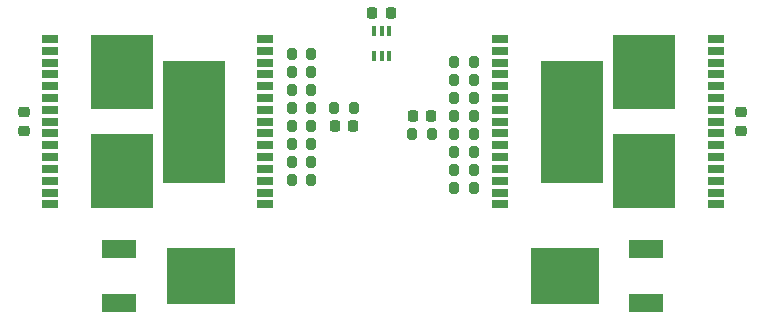
<source format=gbp>
%TF.GenerationSoftware,KiCad,Pcbnew,(6.0.0-0)*%
%TF.CreationDate,2022-03-27T14:29:03+08:00*%
%TF.ProjectId,driver,64726976-6572-42e6-9b69-6361645f7063,rev?*%
%TF.SameCoordinates,Original*%
%TF.FileFunction,Paste,Bot*%
%TF.FilePolarity,Positive*%
%FSLAX46Y46*%
G04 Gerber Fmt 4.6, Leading zero omitted, Abs format (unit mm)*
G04 Created by KiCad (PCBNEW (6.0.0-0)) date 2022-03-27 14:29:03*
%MOMM*%
%LPD*%
G01*
G04 APERTURE LIST*
G04 Aperture macros list*
%AMRoundRect*
0 Rectangle with rounded corners*
0 $1 Rounding radius*
0 $2 $3 $4 $5 $6 $7 $8 $9 X,Y pos of 4 corners*
0 Add a 4 corners polygon primitive as box body*
4,1,4,$2,$3,$4,$5,$6,$7,$8,$9,$2,$3,0*
0 Add four circle primitives for the rounded corners*
1,1,$1+$1,$2,$3*
1,1,$1+$1,$4,$5*
1,1,$1+$1,$6,$7*
1,1,$1+$1,$8,$9*
0 Add four rect primitives between the rounded corners*
20,1,$1+$1,$2,$3,$4,$5,0*
20,1,$1+$1,$4,$5,$6,$7,0*
20,1,$1+$1,$6,$7,$8,$9,0*
20,1,$1+$1,$8,$9,$2,$3,0*%
G04 Aperture macros list end*
%ADD10RoundRect,0.200000X-0.200000X-0.275000X0.200000X-0.275000X0.200000X0.275000X-0.200000X0.275000X0*%
%ADD11RoundRect,0.200000X0.200000X0.275000X-0.200000X0.275000X-0.200000X-0.275000X0.200000X-0.275000X0*%
%ADD12RoundRect,0.225000X-0.225000X-0.250000X0.225000X-0.250000X0.225000X0.250000X-0.225000X0.250000X0*%
%ADD13R,1.350000X0.660000*%
%ADD14R,5.250000X10.300000*%
%ADD15R,5.250000X6.230000*%
%ADD16R,2.999740X1.597660*%
%ADD17R,5.715000X4.826000*%
%ADD18R,0.450000X0.850000*%
%ADD19RoundRect,0.225000X-0.250000X0.225000X-0.250000X-0.225000X0.250000X-0.225000X0.250000X0.225000X0*%
%ADD20RoundRect,0.225000X0.225000X0.250000X-0.225000X0.250000X-0.225000X-0.250000X0.225000X-0.250000X0*%
G04 APERTURE END LIST*
D10*
%TO.C,M2R6*%
X153790800Y-101867235D03*
X155440800Y-101867235D03*
%TD*%
D11*
%TO.C,M2R5*%
X155440800Y-100343235D03*
X153790800Y-100343235D03*
%TD*%
D12*
%TO.C,M2C8*%
X157420400Y-104915235D03*
X158970400Y-104915235D03*
%TD*%
D13*
%TO.C,M2U1*%
X151550800Y-97526400D03*
X151550800Y-98526400D03*
X151550800Y-99526400D03*
X151550800Y-100526400D03*
X151550800Y-101526400D03*
X151550800Y-102526400D03*
X151550800Y-103526400D03*
X151550800Y-104526400D03*
X151550800Y-105526400D03*
X151550800Y-106526400D03*
X151550800Y-107526400D03*
X151550800Y-108526400D03*
X151550800Y-109526400D03*
X151550800Y-110526400D03*
X151550800Y-111526400D03*
X133300800Y-111526400D03*
X133300800Y-110526400D03*
X133300800Y-109526400D03*
X133300800Y-108526400D03*
X133300800Y-107526400D03*
X133300800Y-106526400D03*
X133300800Y-105526400D03*
X133300800Y-104526400D03*
X133300800Y-103526400D03*
X133300800Y-102526400D03*
X133300800Y-101526400D03*
X133300800Y-100526400D03*
X133300800Y-99526400D03*
X133300800Y-98526400D03*
X133300800Y-97526400D03*
D14*
X145475800Y-104526400D03*
D15*
X139375800Y-108691400D03*
X139375800Y-100361400D03*
%TD*%
D11*
%TO.C,M2R81*%
X155440800Y-104915235D03*
X153790800Y-104915235D03*
%TD*%
%TO.C,M2R71*%
X155440800Y-103391235D03*
X153790800Y-103391235D03*
%TD*%
D10*
%TO.C,M1R71*%
X167521400Y-105550235D03*
X169171400Y-105550235D03*
%TD*%
%TO.C,M1R81*%
X167521400Y-104026235D03*
X169171400Y-104026235D03*
%TD*%
%TO.C,M1R4*%
X167521400Y-110122235D03*
X169171400Y-110122235D03*
%TD*%
D11*
%TO.C,M1R72*%
X165624400Y-105550235D03*
X163974400Y-105550235D03*
%TD*%
D10*
%TO.C,M2R72*%
X157370400Y-103391235D03*
X159020400Y-103391235D03*
%TD*%
D16*
%TO.C,M2Q1*%
X139160535Y-119875380D03*
X139160535Y-115318620D03*
D17*
X146056635Y-117597000D03*
%TD*%
D18*
%TO.C,U1*%
X162035400Y-98950000D03*
X161385400Y-98950000D03*
X160735400Y-98950000D03*
X160735400Y-96850000D03*
X161385400Y-96850000D03*
X162035400Y-96850000D03*
%TD*%
D13*
%TO.C,M1U1*%
X171445200Y-111526400D03*
X171445200Y-110526400D03*
X171445200Y-109526400D03*
X171445200Y-108526400D03*
X171445200Y-107526400D03*
X171445200Y-106526400D03*
X171445200Y-105526400D03*
X171445200Y-104526400D03*
X171445200Y-103526400D03*
X171445200Y-102526400D03*
X171445200Y-101526400D03*
X171445200Y-100526400D03*
X171445200Y-99526400D03*
X171445200Y-98526400D03*
X171445200Y-97526400D03*
X189695200Y-97526400D03*
X189695200Y-98526400D03*
X189695200Y-99526400D03*
X189695200Y-100526400D03*
X189695200Y-101526400D03*
X189695200Y-102526400D03*
X189695200Y-103526400D03*
X189695200Y-104526400D03*
X189695200Y-105526400D03*
X189695200Y-106526400D03*
X189695200Y-107526400D03*
X189695200Y-108526400D03*
X189695200Y-109526400D03*
X189695200Y-110526400D03*
X189695200Y-111526400D03*
D14*
X177520200Y-104526400D03*
D15*
X183620200Y-100361400D03*
X183620200Y-108691400D03*
%TD*%
D11*
%TO.C,M2R4*%
X155440800Y-98819235D03*
X153790800Y-98819235D03*
%TD*%
%TO.C,M1R6*%
X169171400Y-107074235D03*
X167521400Y-107074235D03*
%TD*%
D19*
%TO.C,M1C3*%
X191844982Y-103741000D03*
X191844982Y-105291000D03*
%TD*%
D12*
%TO.C,MUC1*%
X160610400Y-95360000D03*
X162160400Y-95360000D03*
%TD*%
D10*
%TO.C,M1R10*%
X167521400Y-99454235D03*
X169171400Y-99454235D03*
%TD*%
%TO.C,M1R9*%
X167521400Y-100978235D03*
X169171400Y-100978235D03*
%TD*%
%TO.C,M1R5*%
X167521400Y-108598235D03*
X169171400Y-108598235D03*
%TD*%
D16*
%TO.C,M1Q1*%
X183779847Y-115318620D03*
X183779847Y-119875380D03*
D17*
X176883747Y-117597000D03*
%TD*%
D11*
%TO.C,M1R82*%
X169171400Y-102502235D03*
X167521400Y-102502235D03*
%TD*%
D20*
%TO.C,M1C8*%
X165574400Y-104026235D03*
X164024400Y-104026235D03*
%TD*%
D11*
%TO.C,M2R10*%
X155440800Y-109487235D03*
X153790800Y-109487235D03*
%TD*%
%TO.C,M2R9*%
X155440800Y-107963235D03*
X153790800Y-107963235D03*
%TD*%
D10*
%TO.C,M2R82*%
X153790800Y-106439235D03*
X155440800Y-106439235D03*
%TD*%
D19*
%TO.C,M2C3*%
X131095400Y-103741000D03*
X131095400Y-105291000D03*
%TD*%
M02*

</source>
